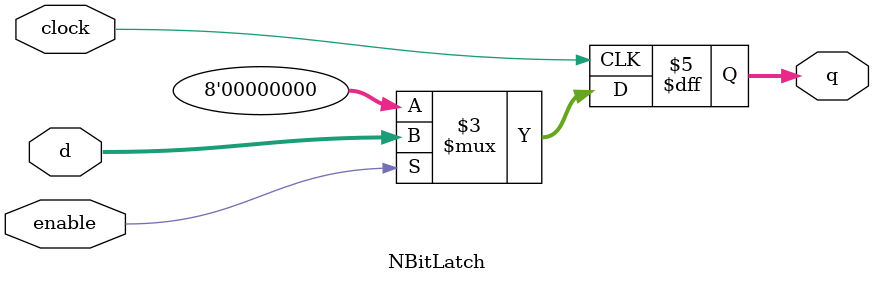
<source format=v>
module NBitLatch #(parameter BITS=8)(
			input [BITS-1:0] d,
			input clock,
			input enable,
			output reg[BITS-1:0] q);
			
			reg [BITS-1:0]q_int;
			
	always @ (posedge clock) begin
		q_int = d;
		if (enable) begin
			q = q_int;
		end else begin
			q = 0;
		end
	end 
	
	endmodule 
</source>
